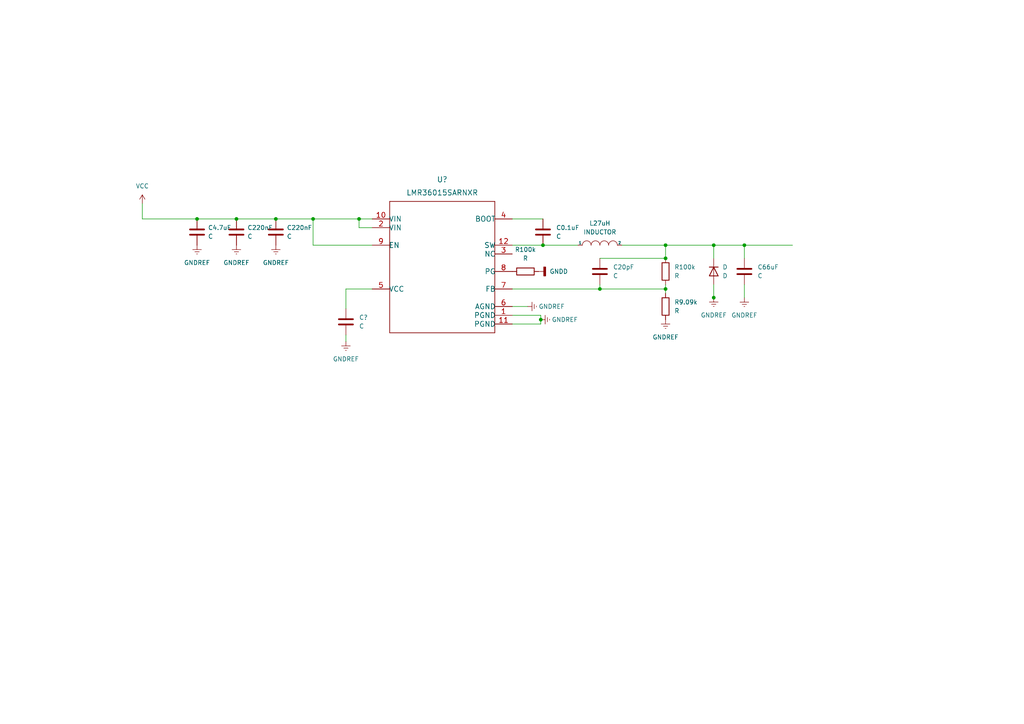
<source format=kicad_sch>
(kicad_sch (version 20211123) (generator eeschema)
  (paper "A4")
  (lib_symbols
    (symbol "2023-03-07_13-48-57:LMR36015SARNXR" (pin_names (offset -0.254))
      (property "Reference" "U" (at 0 2.54 0))
      (property "Value" "LMR36015SARNXR" (at 0 0 0))
      (symbol "LMR36015SARNXR_1_1"
        (polyline (pts (xy 5.08 -33.02) (xy 35.56 -33.02)) (stroke (width 0.2032)))
        (polyline (pts (xy 5.08 5.08) (xy 5.08 -33.02)) (stroke (width 0.2032)))
        (polyline (pts (xy 35.56 -33.02) (xy 35.56 5.08)) (stroke (width 0.2032)))
        (polyline (pts (xy 35.56 5.08) (xy 5.08 5.08)) (stroke (width 0.2032)))
        (pin power_in line (at 40.64 -27.94 180) (length 5.08) (name "PGND") (number "1"))
        (pin power_in line (at 0 0 0) (length 5.08) (name "VIN") (number "10"))
        (pin power_in line (at 40.64 -30.48 180) (length 5.08) (name "PGND") (number "11"))
        (pin power_in line (at 40.64 -7.62 180) (length 5.08) (name "SW") (number "12"))
        (pin power_in line (at 0 -2.54 0) (length 5.08) (name "VIN") (number "2"))
        (pin unspecified line (at 40.64 -10.16 180) (length 5.08) (name "NC") (number "3"))
        (pin unspecified line (at 40.64 0 180) (length 5.08) (name "BOOT") (number "4"))
        (pin power_in line (at 0 -20.32 0) (length 5.08) (name "VCC") (number "5"))
        (pin power_in line (at 40.64 -25.4 180) (length 5.08) (name "AGND") (number "6"))
        (pin unspecified line (at 40.64 -20.32 180) (length 5.08) (name "FB") (number "7"))
        (pin open_collector line (at 40.64 -15.24 180) (length 5.08) (name "PG") (number "8"))
        (pin input line (at 0 -7.62 0) (length 5.08) (name "EN") (number "9"))
      )
    )
    (symbol "Device:C" (pin_numbers hide) (pin_names (offset 0.254))
      (property "Reference" "C" (at 0.635 2.54 0))
      (property "Value" "C" (at 0.635 -2.54 0))
      (symbol "C_0_1"
        (polyline (pts (xy -2.032 -0.762) (xy 2.032 -0.762)) (stroke (width 0.508)))
        (polyline (pts (xy -2.032 0.762) (xy 2.032 0.762)) (stroke (width 0.508)))
      )
      (symbol "C_1_1"
        (pin passive line (at 0 3.81 270) (length 2.794) (name "~") (number "1"))
        (pin passive line (at 0 -3.81 90) (length 2.794) (name "~") (number "2"))
      )
    )
    (symbol "Device:D" (pin_numbers hide) (pin_names (offset 1.016) hide)
      (property "Reference" "D" (at 0 2.54 0))
      (property "Value" "D" (at 0 -2.54 0))
      (symbol "D_0_1"
        (polyline (pts (xy -1.27 1.27) (xy -1.27 -1.27)) (stroke (width 0.254)))
        (polyline (pts (xy 1.27 0) (xy -1.27 0)))
        (polyline (pts (xy 1.27 1.27) (xy 1.27 -1.27) (xy -1.27 0) (xy 1.27 1.27)) (stroke (width 0.254)))
      )
      (symbol "D_1_1"
        (pin passive line (at -3.81 0 0) (length 2.54) (name "K") (number "1"))
        (pin passive line (at 3.81 0 180) (length 2.54) (name "A") (number "2"))
      )
    )
    (symbol "Device:R" (pin_numbers hide) (pin_names (offset 0))
      (property "Reference" "R" (at 2.032 0 90))
      (property "Value" "R" (at 0 0 90))
      (symbol "R_0_1"
        (rectangle (start -1.016 -2.54) (end 1.016 2.54) (stroke (width 0.254)))
      )
      (symbol "R_1_1"
        (pin passive line (at 0 3.81 270) (length 1.27) (name "~") (number "1"))
        (pin passive line (at 0 -3.81 90) (length 1.27) (name "~") (number "2"))
      )
    )
    (symbol "power:GNDD" (power) (pin_names (offset 0))
      (property "Value" "GNDD" (at 0 -3.175 0))
      (symbol "GNDD_0_1"
        (rectangle (start -1.27 -1.524) (end 1.27 -2.032) (stroke (width 0.254)) (fill (type outline)))
        (polyline (pts (xy 0 0) (xy 0 -1.524)))
      )
      (symbol "GNDD_1_1"
        (pin power_in line (at 0 0 270) (length 0) hide (name "GNDD") (number "1"))
      )
    )
    (symbol "power:GNDREF" (power) (pin_names (offset 0))
      (property "Value" "GND" (at 0 -5.08 0))
      (symbol "GNDREF_0_1"
        (polyline (pts (xy -0.635 -1.905) (xy 0.635 -1.905)))
        (polyline (pts (xy -0.127 -2.54) (xy 0.127 -2.54)))
        (polyline (pts (xy 0 -1.27) (xy 0 0)))
        (polyline (pts (xy 1.27 -1.27) (xy -1.27 -1.27)))
      )
      (symbol "GNDREF_1_1"
        (pin power_in line (at 0 0 270) (length 0) hide (name "GNDREF") (number "1"))
      )
    )
    (symbol "power:VCC" (power) (pin_names (offset 0))
      (property "Value" "VCC" (at 0 3.81 0))
      (symbol "VCC_0_1"
        (polyline (pts (xy -0.762 1.27) (xy 0 2.54)))
        (polyline (pts (xy 0 0) (xy 0 2.54)))
        (polyline (pts (xy 0 2.54) (xy 0.762 1.27)))
      )
      (symbol "VCC_1_1"
        (pin power_in line (at 0 0 90) (length 0) hide (name "VCC") (number "1"))
      )
    )
    (symbol "pspice:INDUCTOR" (pin_numbers hide) (pin_names (offset 0))
      (property "Reference" "L" (at 0 2.54 0))
      (property "Value" "INDUCTOR" (at 0 -1.27 0))
      (symbol "INDUCTOR_0_1"
        (arc (start -2.54 0) (mid -3.81 1.27) (end -5.08 0))
        (arc (start 0 0) (mid -1.27 1.27) (end -2.54 0))
        (arc (start 2.54 0) (mid 1.27 1.27) (end 0 0))
        (arc (start 5.08 0) (mid 3.81 1.27) (end 2.54 0))
      )
      (symbol "INDUCTOR_1_1"
        (pin input line (at -6.35 0 0) (length 1.27) (name "1") (number "1"))
        (pin input line (at 6.35 0 180) (length 1.27) (name "2") (number "2"))
      )
    )
  )
  (junction (at 215.9 71.12))
  (junction (at 207.01 71.12))
  (junction (at 68.58 63.5))
  (junction (at 157.48 71.12))
  (junction (at 156.845 92.71))
  (junction (at 193.04 71.12))
  (junction (at 193.04 74.93))
  (junction (at 193.04 83.82))
  (junction (at 104.14 63.5))
  (junction (at 90.805 63.5))
  (junction (at 207.01 86.3317))
  (junction (at 173.99 83.82))
  (junction (at 80.01 63.5))
  (junction (at 57.15 63.5))
  (wire (pts (xy 41.275 63.5) (xy 57.15 63.5)))
  (wire (pts (xy 193.04 82.55) (xy 193.04 83.82)))
  (wire (pts (xy 104.14 63.5) (xy 107.95 63.5)))
  (wire (pts (xy 68.58 63.5) (xy 80.01 63.5)))
  (wire (pts (xy 100.33 97.155) (xy 100.33 99.06)))
  (wire (pts (xy 193.04 83.82) (xy 193.04 85.09)))
  (wire (pts (xy 156.845 92.71) (xy 156.845 93.98)))
  (wire (pts (xy 107.95 71.12) (xy 90.805 71.12)))
  (wire (pts (xy 215.9 82.55) (xy 215.9 86.36)))
  (wire (pts (xy 207.01 71.12) (xy 207.01 74.93)))
  (wire (pts (xy 193.04 71.12) (xy 193.04 74.93)))
  (wire (pts (xy 57.15 63.5) (xy 68.58 63.5)))
  (wire (pts (xy 157.48 71.12) (xy 167.64 71.12)))
  (wire (pts (xy 107.95 83.82) (xy 100.33 83.82)))
  (wire (pts (xy 215.9 71.12) (xy 215.9 74.93)))
  (wire (pts (xy 90.805 71.12) (xy 90.805 63.5)))
  (wire (pts (xy 180.34 71.12) (xy 193.04 71.12)))
  (wire (pts (xy 173.99 74.93) (xy 193.04 74.93)))
  (wire (pts (xy 207.01 86.36) (xy 207.01 86.3317)))
  (wire (pts (xy 207.01 71.12) (xy 215.9 71.12)))
  (wire (pts (xy 173.99 82.55) (xy 173.99 83.82)))
  (wire (pts (xy 156.845 91.44) (xy 156.845 92.71)))
  (wire (pts (xy 173.99 83.82) (xy 193.04 83.82)))
  (wire (pts (xy 148.59 71.12) (xy 157.48 71.12)))
  (wire (pts (xy 104.14 66.04) (xy 104.14 63.5)))
  (wire (pts (xy 90.805 63.5) (xy 104.14 63.5)))
  (wire (pts (xy 148.59 83.82) (xy 173.99 83.82)))
  (wire (pts (xy 107.95 66.04) (xy 104.14 66.04)))
  (wire (pts (xy 148.59 91.44) (xy 156.845 91.44)))
  (wire (pts (xy 148.59 63.5) (xy 157.48 63.5)))
  (wire (pts (xy 193.04 71.12) (xy 207.01 71.12)))
  (wire (pts (xy 207.01 86.3317) (xy 207.01 82.55)))
  (wire (pts (xy 148.59 88.9) (xy 153.035 88.9)))
  (wire (pts (xy 215.9 71.12) (xy 229.87 71.12)))
  (wire (pts (xy 41.275 59.055) (xy 41.275 63.5)))
  (wire (pts (xy 100.33 83.82) (xy 100.33 89.535)))
  (wire (pts (xy 80.01 63.5) (xy 90.805 63.5)))
  (wire (pts (xy 156.845 93.98) (xy 148.59 93.98)))
  (symbol (lib_id "Device:C") (at 157.48 67.31 0) (unit 1)
    (property "Reference" "C0.1uF" (at 161.29 66.0399 0) (effects (justify left)))
    (property "Value" "C" (at 161.29 68.5799 0) (effects (justify left)))
  )
  (symbol (lib_id "power:GNDREF") (at 68.58 71.12 0) (unit 1)
    (property "Reference" "#PWR?" (effects hide))
    (property "Value" "GND" (at 68.58 76.2 0))
  )
  (symbol (lib_id "Device:R") (at 193.04 78.74 0) (unit 1)
    (property "Reference" "R100k" (at 195.58 77.4699 0) (effects (justify left)))
    (property "Value" "R" (at 195.58 80.0099 0) (effects (justify left)))
  )
  (symbol (lib_id "power:GNDREF") (at 80.01 71.12 0) (unit 1)
    (property "Reference" "#PWR?" (effects hide))
    (property "Value" "GND" (at 80.01 76.2 0))
  )
  (symbol (lib_id "pspice:INDUCTOR") (at 173.99 71.12 0) (unit 1)
    (property "Reference" "L27uH" (at 173.99 64.77 0))
    (property "Value" "INDUCTOR" (at 173.99 67.31 0))
  )
  (symbol (lib_id "Device:C") (at 100.33 93.345 0) (unit 1)
    (property "Reference" "C?" (at 104.14 92.0749 0) (effects (justify left)))
    (property "Value" "C" (at 104.14 94.6149 0) (effects (justify left)))
  )
  (symbol (lib_id "Device:R") (at 193.04 88.9 0) (unit 1)
    (property "Reference" "R9.09k" (at 195.58 87.6299 0) (effects (justify left)))
    (property "Value" "R" (at 195.58 90.1699 0) (effects (justify left)))
  )
  (symbol (lib_id "Device:R") (at 152.4 78.74 90) (unit 1)
    (property "Reference" "R100k" (at 152.4 72.39 90))
    (property "Value" "R" (at 152.4 74.93 90))
  )
  (symbol (lib_id "power:GNDD") (at 156.21 78.74 90) (unit 1)
    (property "Reference" "#PWR?" (effects hide))
    (property "Value" "GNDD" (at 159.385 78.7399 90) (effects (justify right)))
  )
  (symbol (lib_id "power:GNDREF") (at 153.035 88.9 90) (unit 1)
    (property "Reference" "#PWR?" (effects hide))
    (property "Value" "GND" (at 156.21 88.8999 90) (effects (justify right)))
  )
  (symbol (lib_id "power:GNDREF") (at 207.01 86.3317 0) (unit 1)
    (property "Reference" "#PWR?" (effects hide))
    (property "Value" "GND" (at 207.01 91.4117 0))
  )
  (symbol (lib_id "Device:C") (at 215.9 78.74 0) (unit 1)
    (property "Reference" "C66uF" (at 219.71 77.4699 0) (effects (justify left)))
    (property "Value" "C" (at 219.71 80.0099 0) (effects (justify left)))
  )
  (symbol (lib_id "Device:C") (at 57.15 67.31 0) (unit 1)
    (property "Reference" "C4.7uF" (at 60.325 66.0399 0) (effects (justify left)))
    (property "Value" "C" (at 60.325 68.5799 0) (effects (justify left)))
  )
  (symbol (lib_id "power:GNDREF") (at 193.04 92.71 0) (unit 1)
    (property "Reference" "#PWR?" (effects hide))
    (property "Value" "GND" (at 193.04 97.79 0))
  )
  (symbol (lib_id "Device:C") (at 68.58 67.31 0) (unit 1)
    (property "Reference" "C220nF" (at 71.755 66.0399 0) (effects (justify left)))
    (property "Value" "C" (at 71.755 68.5799 0) (effects (justify left)))
  )
  (symbol (lib_id "Device:C") (at 173.99 78.74 0) (unit 1)
    (property "Reference" "C20pF" (at 177.8 77.4699 0) (effects (justify left)))
    (property "Value" "C" (at 177.8 80.0099 0) (effects (justify left)))
  )
  (symbol (lib_id "power:GNDREF") (at 156.845 92.71 90) (unit 1)
    (property "Reference" "#PWR?" (effects hide))
    (property "Value" "GND" (at 160.02 92.7099 90) (effects (justify right)))
  )
  (symbol (lib_id "power:VCC") (at 41.275 59.055 0) (unit 1)
    (property "Reference" "#PWR?" (effects hide))
    (property "Value" "VCC" (at 41.275 53.975 0))
  )
  (symbol (lib_id "2023-03-07_13-48-57:LMR36015SARNXR") (at 107.95 63.5 0) (unit 1)
    (property "Reference" "U?" (at 128.27 52.07 0) (effects (font (size 1.524 1.524))))
    (property "Value" "LMR36015SARNXR" (at 128.27 55.88 0) (effects (font (size 1.524 1.524))))
    (property "Footprint" "RNX0012B-MFG" (effects hide))
  )
  (symbol (lib_id "Device:D") (at 207.01 78.74 270) (unit 1)
    (property "Reference" "D" (at 209.55 77.4699 90) (effects (justify left)))
    (property "Value" "D" (at 209.55 80.0099 90) (effects (justify left)))
  )
  (symbol (lib_id "power:GNDREF") (at 57.15 71.12 0) (unit 1)
    (property "Reference" "#PWR?" (effects hide))
    (property "Value" "GND" (at 57.15 76.2 0))
  )
  (symbol (lib_id "power:GNDREF") (at 100.33 99.06 0) (unit 1)
    (property "Reference" "#PWR?" (effects hide))
    (property "Value" "GND" (at 100.33 104.14 0))
  )
  (symbol (lib_id "Device:C") (at 80.01 67.31 0) (unit 1)
    (property "Reference" "C220nF" (at 83.185 66.0399 0) (effects (justify left)))
    (property "Value" "C" (at 83.185 68.5799 0) (effects (justify left)))
  )
  (symbol (lib_id "power:GNDREF") (at 215.9 86.36 0) (unit 1)
    (property "Reference" "#PWR?" (effects hide))
    (property "Value" "GND" (at 215.9 91.44 0))
  )
)
</source>
